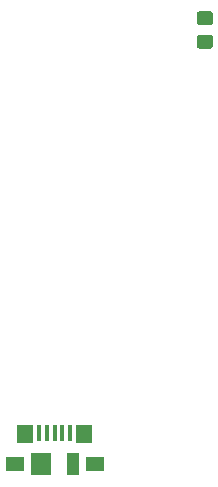
<source format=gtp>
%TF.GenerationSoftware,KiCad,Pcbnew,(5.1.10)-1*%
%TF.CreationDate,2021-09-02T19:06:41+08:00*%
%TF.ProjectId,nodemcu_board,6e6f6465-6d63-4755-9f62-6f6172642e6b,rev?*%
%TF.SameCoordinates,Original*%
%TF.FileFunction,Paste,Top*%
%TF.FilePolarity,Positive*%
%FSLAX46Y46*%
G04 Gerber Fmt 4.6, Leading zero omitted, Abs format (unit mm)*
G04 Created by KiCad (PCBNEW (5.1.10)-1) date 2021-09-02 19:06:41*
%MOMM*%
%LPD*%
G01*
G04 APERTURE LIST*
%ADD10R,0.450000X1.380000*%
%ADD11R,1.425000X1.550000*%
%ADD12R,1.650000X1.300000*%
%ADD13R,1.800000X1.900000*%
%ADD14R,1.000000X1.900000*%
G04 APERTURE END LIST*
%TO.C,R1*%
G36*
G01*
X161486001Y-90198000D02*
X160585999Y-90198000D01*
G75*
G02*
X160336000Y-89948001I0J249999D01*
G01*
X160336000Y-89247999D01*
G75*
G02*
X160585999Y-88998000I249999J0D01*
G01*
X161486001Y-88998000D01*
G75*
G02*
X161736000Y-89247999I0J-249999D01*
G01*
X161736000Y-89948001D01*
G75*
G02*
X161486001Y-90198000I-249999J0D01*
G01*
G37*
G36*
G01*
X161486001Y-92198000D02*
X160585999Y-92198000D01*
G75*
G02*
X160336000Y-91948001I0J249999D01*
G01*
X160336000Y-91247999D01*
G75*
G02*
X160585999Y-90998000I249999J0D01*
G01*
X161486001Y-90998000D01*
G75*
G02*
X161736000Y-91247999I0J-249999D01*
G01*
X161736000Y-91948001D01*
G75*
G02*
X161486001Y-92198000I-249999J0D01*
G01*
G37*
%TD*%
D10*
%TO.C,J1*%
X147036000Y-124698000D03*
X147686000Y-124698000D03*
X148336000Y-124698000D03*
X148986000Y-124698000D03*
X149636000Y-124698000D03*
D11*
X145848500Y-124783000D03*
X150823500Y-124783000D03*
D12*
X144961000Y-127358000D03*
X151711000Y-127358000D03*
D13*
X147186000Y-127358000D03*
D14*
X149886000Y-127358000D03*
%TD*%
M02*

</source>
